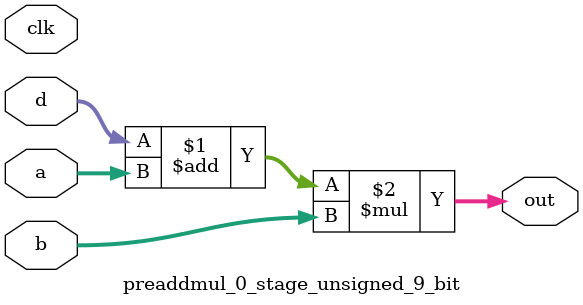
<source format=sv>
(* use_dsp = "yes" *) module preaddmul_0_stage_unsigned_9_bit(
	input  [8:0] d,
	input  [8:0] a,
	input  [8:0] b,
	output [8:0] out,
	input clk);

	assign out = (d + a) * b;
endmodule

</source>
